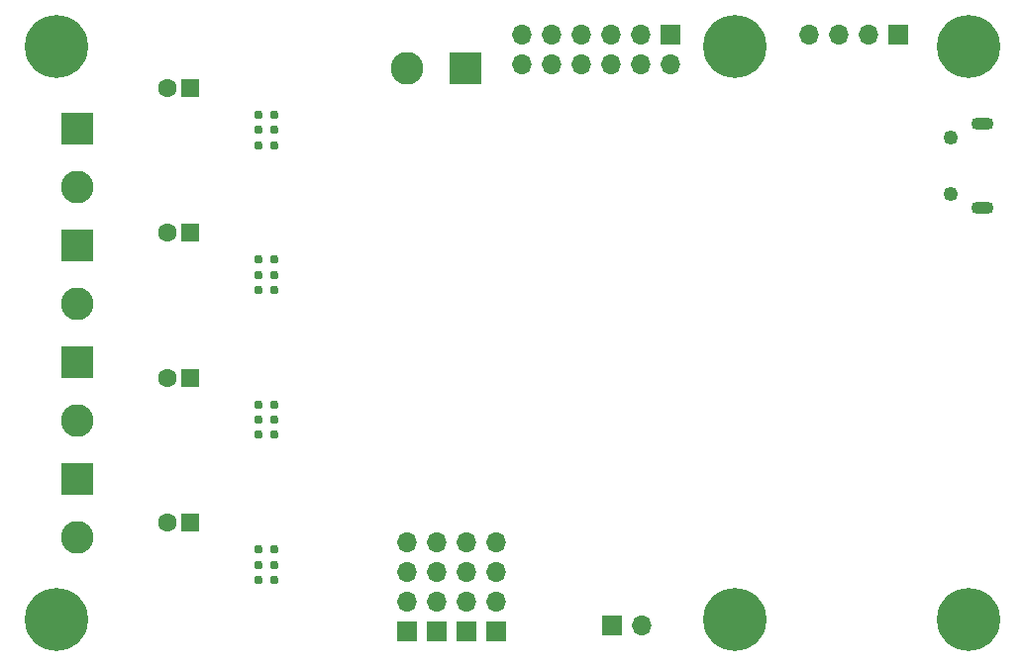
<source format=gbr>
%TF.GenerationSoftware,KiCad,Pcbnew,(5.1.8)-1*%
%TF.CreationDate,2022-03-24T23:03:00-07:00*%
%TF.ProjectId,smart_motor_controller,736d6172-745f-46d6-9f74-6f725f636f6e,0.1.1*%
%TF.SameCoordinates,Original*%
%TF.FileFunction,Soldermask,Bot*%
%TF.FilePolarity,Negative*%
%FSLAX46Y46*%
G04 Gerber Fmt 4.6, Leading zero omitted, Abs format (unit mm)*
G04 Created by KiCad (PCBNEW (5.1.8)-1) date 2022-03-24 23:03:00*
%MOMM*%
%LPD*%
G01*
G04 APERTURE LIST*
%ADD10C,0.770000*%
%ADD11O,1.700000X1.700000*%
%ADD12R,1.700000X1.700000*%
%ADD13C,2.800000*%
%ADD14R,2.800000X2.800000*%
%ADD15C,5.400000*%
%ADD16C,1.250000*%
%ADD17O,1.900000X1.100000*%
%ADD18R,1.600000X1.600000*%
%ADD19C,1.600000*%
G04 APERTURE END LIST*
D10*
%TO.C,U304*%
X133250000Y-106600000D03*
X134550000Y-106600000D03*
X133250000Y-109200000D03*
X133250000Y-107900000D03*
X134550000Y-107900000D03*
X134550000Y-109200000D03*
%TD*%
%TO.C,U303*%
X133250000Y-81800000D03*
X134550000Y-81800000D03*
X133250000Y-84400000D03*
X133250000Y-83100000D03*
X134550000Y-83100000D03*
X134550000Y-84400000D03*
%TD*%
%TO.C,U302*%
X133250000Y-94200000D03*
X134550000Y-94200000D03*
X133250000Y-96800000D03*
X133250000Y-95500000D03*
X134550000Y-95500000D03*
X134550000Y-96800000D03*
%TD*%
%TO.C,U301*%
X133250000Y-69400000D03*
X134550000Y-69400000D03*
X133250000Y-72000000D03*
X133250000Y-70700000D03*
X134550000Y-70700000D03*
X134550000Y-72000000D03*
%TD*%
D11*
%TO.C,J104*%
X180280000Y-62600000D03*
X182820000Y-62600000D03*
X185360000Y-62600000D03*
D12*
X187900000Y-62600000D03*
%TD*%
D11*
%TO.C,J101*%
X155700000Y-65140000D03*
X155700000Y-62600000D03*
X158240000Y-65140000D03*
X158240000Y-62600000D03*
X160780000Y-65140000D03*
X160780000Y-62600000D03*
X163320000Y-65140000D03*
X163320000Y-62600000D03*
X165860000Y-65140000D03*
X165860000Y-62600000D03*
X168400000Y-65140000D03*
D12*
X168400000Y-62600000D03*
%TD*%
D13*
%TO.C,J304*%
X117700000Y-105600000D03*
D14*
X117700000Y-100600000D03*
%TD*%
D13*
%TO.C,J303*%
X117700000Y-85600000D03*
D14*
X117700000Y-80600000D03*
%TD*%
D13*
%TO.C,J302*%
X117700000Y-95600000D03*
D14*
X117700000Y-90600000D03*
%TD*%
D13*
%TO.C,J301*%
X117700000Y-75600000D03*
D14*
X117700000Y-70600000D03*
%TD*%
D13*
%TO.C,J9*%
X145900000Y-65400000D03*
D14*
X150900000Y-65400000D03*
%TD*%
D11*
%TO.C,J309*%
X165940000Y-113100000D03*
D12*
X163400000Y-113100000D03*
%TD*%
D15*
%TO.C,H6*%
X115900000Y-112600000D03*
%TD*%
%TO.C,H5*%
X173900000Y-112600000D03*
%TD*%
%TO.C,H4*%
X193900000Y-63600000D03*
%TD*%
%TO.C,H3*%
X115900000Y-63600000D03*
%TD*%
%TO.C,H2*%
X173900000Y-63600000D03*
%TD*%
%TO.C,H1*%
X193900000Y-112600000D03*
%TD*%
D16*
%TO.C,J10*%
X192430000Y-71375000D03*
X192430000Y-76225000D03*
D17*
X195100000Y-77400000D03*
X195100000Y-70200000D03*
%TD*%
D18*
%TO.C,C302*%
X127400000Y-67100000D03*
D19*
X125400000Y-67100000D03*
%TD*%
%TO.C,C304*%
X125400000Y-79500000D03*
D18*
X127400000Y-79500000D03*
%TD*%
D19*
%TO.C,C306*%
X125400000Y-91900000D03*
D18*
X127400000Y-91900000D03*
%TD*%
%TO.C,C308*%
X127400000Y-104300000D03*
D19*
X125400000Y-104300000D03*
%TD*%
D12*
%TO.C,J310*%
X145900000Y-113600000D03*
D11*
X145900000Y-111060000D03*
D12*
X148440000Y-113600000D03*
D11*
X148440000Y-111060000D03*
D12*
X150980000Y-113600000D03*
D11*
X150980000Y-111060000D03*
D12*
X153520000Y-113600000D03*
D11*
X153520000Y-111060000D03*
X145900000Y-108520000D03*
X145900000Y-105980000D03*
X148440000Y-108520000D03*
X148440000Y-105980000D03*
X150980000Y-108520000D03*
X150980000Y-105980000D03*
X153520000Y-108520000D03*
X153520000Y-105980000D03*
%TD*%
M02*

</source>
